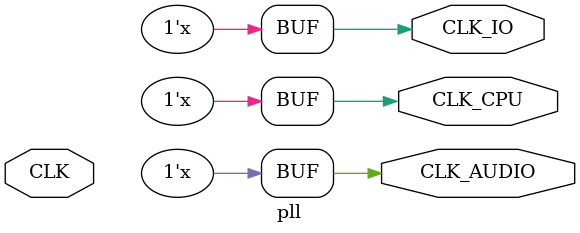
<source format=sv>
module toplevel( input         CLK,
                 input         BTN,
                 
                 input  [17:0] DIP_SW,
                 output [25:0] LEDS,
                 
                 output  [7:0] HEX_0,
                 output  [7:0] HEX_1,
                 output  [7:0] HEX_2,
                 output  [7:0] HEX_3,
                 output  [7:0] HEX_4,
                 output  [7:0] HEX_5,
                 output  [7:0] HEX_6,
                 output  [7:0] HEX_7,
                 
                 output        UART_TX,
                 input         UART_RX,

                 output        DM9K_CLK,       
                 output        DM9K_RESET,
                 input         DM9K_INT,
                 output        DM9K_CMD,
                 output        DM9K_CS,
                 output        DM9K_RD,
                 output        DM9K_WR,
                 inout  [15:0] DM9K_DATA,
 
                 output        MCLK,
                 output        BCLK,
                 output        DACLRC,
                 output        DACDAT,
                 output        BCLK_2,
                 output        DACLRC_2,
                 output        DACDAT_2,
                 inout         SDA,
                 inout         SCL );


logic [17:0] dip_sw_sync;
logic        btn_s, reset, CLK_CPU, CLK_IO, CLK_AUDIO;
if_io        IO();

pll pll(CLK, CLK_CPU, CLK_IO, CLK_AUDIO);

sync reset_sync(CLK_CPU, ~BTN, btn_s);

autoreset #(8) autoreset(CLK_CPU, /*btn_s*/ 1'b0, reset);

seven_seg seven_seg( .CLK   ( CLK_CPU    ), 
                     .RESET ( reset      ),
                     .EN    ( IO.SEGS_WE ),
                     .VALUE ( IO.SEGS_WD ), .*);

mcpu mcpu(CLK_CPU, reset, IO );

ffd #(26) led_reg(CLK_CPU, reset, IO.LEDS_WE, IO.LEDS_WD, LEDS);
ffd #(18) dip_fd1(CLK_IO, reset, 1'b1, DIP_SW,      dip_sw_sync);
ffd #(18) dip_fd2(CLK_IO, reset, 1'b1, dip_sw_sync, IO.LEDS_RD );

buffered_rx #(5, 434) buffered_rx ( .CLK     ( CLK_CPU       ),
                                    .RESET   ( reset         ),
                                    .RE      ( IO.UART_RX_RE ),
                                    .WE      ( IO.UART_RX_WE ),
                                    .A       ( IO.UART_RX_A  ),
                                    .RD      ( IO.UART_RX_RD ),
                                    .UART_RX ( UART_RX       ) );


buffered_tx #(5, 434) buffered_tx ( .CLK     ( CLK_CPU       ),
                                    .RESET   ( reset         ),
                                    .WE      ( IO.UART_TX_WE ),
                                    .A       ( IO.UART_TX_A  ),
                                    .WD      ( IO.UART_TX_WD ),
                                    .RD      ( IO.UART_TX_RD ),
                                    .UART_TX ( UART_TX       ) );

dm9k_io dm9k_io( .CLK   ( CLK_CPU    ),
                 .RESET ( reset      ),
                 .WE    ( IO.DM9K_WE ),
                 .WD    ( IO.DM9K_WD ),
                 .RD    ( IO.DM9K_RD ),   .*);
/*
audio_sink_cpu audio_sink_cpu(  .CLK       ( CLK_CPU   ),
                                .CLK_AUDIO ( CLK_AUDIO ),
                                .RESET     ( reset     ),
                                .RD        ( IO.AUD_RD ),
                                .WD        ( IO.AUD_WD ),
                                .WE        ( IO.AUD_WE ),
                                .A         ( IO.AUD_A  ), .*);

i2c_master  i2c_master( .CLK   ( CLK_CPU ),
                        .RESET ( reset   ),
                        .SDA   ( SDA     ),
                        .SCL   ( SCL     ) );
*/
assign BCLK_2   = BCLK;
assign DACLRC_2 = DACLRC;
assign DACDAT_2 = DACDAT;

endmodule

module pll (    input        CLK,
                output logic CLK_CPU,
                output logic CLK_IO,
                output logic CLK_AUDIO );
initial
    begin
    CLK_CPU   = 0;
    CLK_IO    = 0;
    CLK_AUDIO = 0;
    end

always
    begin
    #10ns;
    CLK_CPU = ~CLK_CPU;
    end

always
    begin
    #50ns;
    CLK_IO = ~CLK_IO;
    end

always
    begin
    #44ns;
    CLK_AUDIO = ~CLK_AUDIO;
    end


endmodule
</source>
